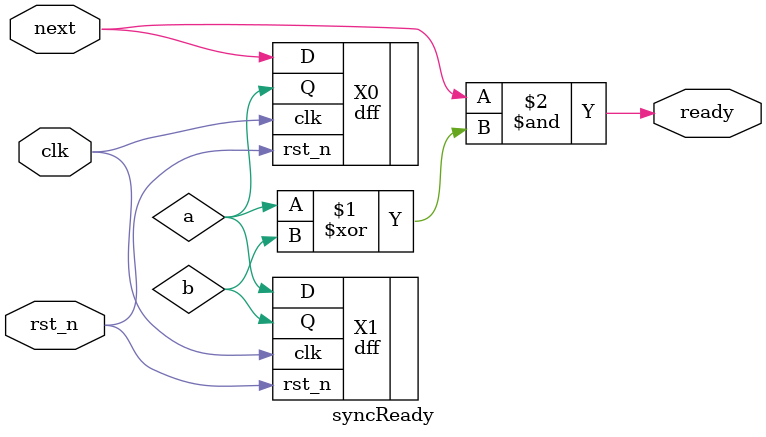
<source format=sv>
module syncReady (
  input  clk,
  input  rst_n,
  input  next,
  output ready
);

  wire a;
  wire b;

  dff X0( .clk(clk), .rst_n(rst_n), .D(next), .Q(a));
  dff X1( .clk(clk), .rst_n(rst_n), .D(a),    .Q(b));

  assign ready = (next & (a ^ b));

endmodule

</source>
